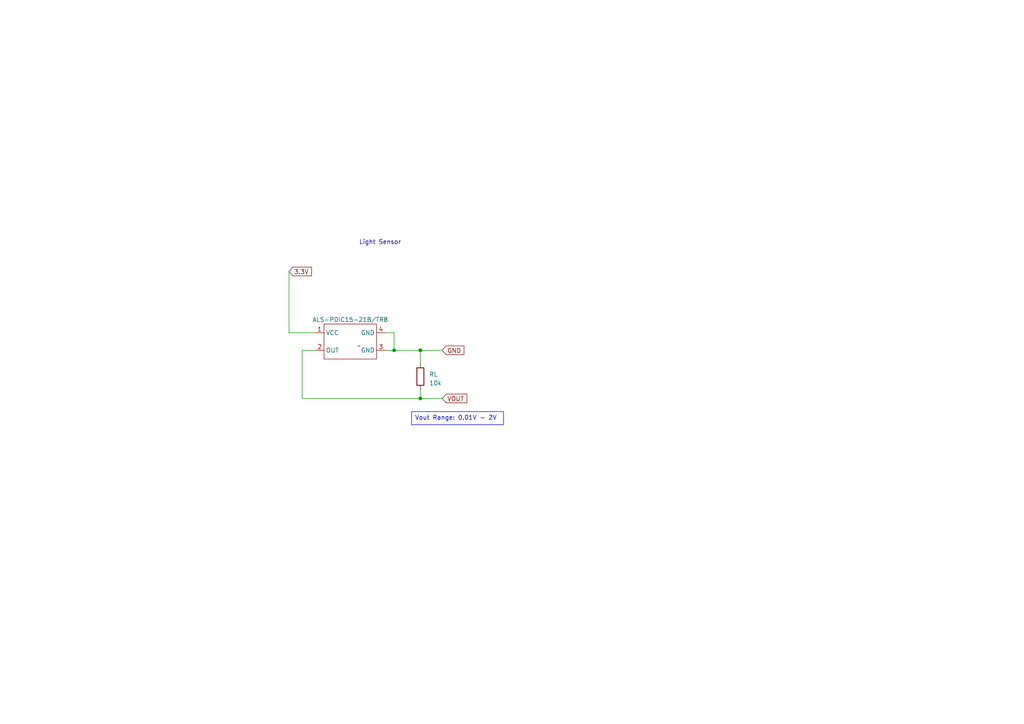
<source format=kicad_sch>
(kicad_sch (version 20230121) (generator eeschema)

  (uuid c305e849-a97e-459c-a527-53e4aff26750)

  (paper "A4")

  (lib_symbols
    (symbol "Device:R" (pin_numbers hide) (pin_names (offset 0)) (in_bom yes) (on_board yes)
      (property "Reference" "R" (at 2.032 0 90)
        (effects (font (size 1.27 1.27)))
      )
      (property "Value" "R" (at 0 0 90)
        (effects (font (size 1.27 1.27)))
      )
      (property "Footprint" "" (at -1.778 0 90)
        (effects (font (size 1.27 1.27)) hide)
      )
      (property "Datasheet" "~" (at 0 0 0)
        (effects (font (size 1.27 1.27)) hide)
      )
      (property "ki_keywords" "R res resistor" (at 0 0 0)
        (effects (font (size 1.27 1.27)) hide)
      )
      (property "ki_description" "Resistor" (at 0 0 0)
        (effects (font (size 1.27 1.27)) hide)
      )
      (property "ki_fp_filters" "R_*" (at 0 0 0)
        (effects (font (size 1.27 1.27)) hide)
      )
      (symbol "R_0_1"
        (rectangle (start -1.016 -2.54) (end 1.016 2.54)
          (stroke (width 0.254) (type default))
          (fill (type none))
        )
      )
      (symbol "R_1_1"
        (pin passive line (at 0 3.81 270) (length 1.27)
          (name "~" (effects (font (size 1.27 1.27))))
          (number "1" (effects (font (size 1.27 1.27))))
        )
        (pin passive line (at 0 -3.81 90) (length 1.27)
          (name "~" (effects (font (size 1.27 1.27))))
          (number "2" (effects (font (size 1.27 1.27))))
        )
      )
    )
    (symbol "New_Library:ALS-PDIC15-21B/TR8" (in_bom yes) (on_board yes)
      (property "Reference" "U" (at 2.54 -1.27 0)
        (effects (font (size 1.27 1.27)))
      )
      (property "Value" "" (at 2.54 -1.27 0)
        (effects (font (size 1.27 1.27)))
      )
      (property "Footprint" "" (at 2.54 -1.27 0)
        (effects (font (size 1.27 1.27)) hide)
      )
      (property "Datasheet" "" (at 2.54 -1.27 0)
        (effects (font (size 1.27 1.27)) hide)
      )
      (symbol "ALS-PDIC15-21B/TR8_0_1"
        (polyline
          (pts
            (xy -7.62 5.08)
            (xy -7.62 -5.08)
            (xy 7.62 -5.08)
            (xy 7.62 5.08)
            (xy -7.62 5.08)
          )
          (stroke (width 0) (type default))
          (fill (type none))
        )
      )
      (symbol "ALS-PDIC15-21B/TR8_1_1"
        (pin input line (at -10.16 2.54 0) (length 2.54)
          (name "VCC" (effects (font (size 1.27 1.27))))
          (number "1" (effects (font (size 1.27 1.27))))
        )
        (pin output line (at -10.16 -2.54 0) (length 2.54)
          (name "OUT" (effects (font (size 1.27 1.27))))
          (number "2" (effects (font (size 1.27 1.27))))
        )
        (pin input line (at 10.16 -2.54 180) (length 2.54)
          (name "GND" (effects (font (size 1.27 1.27))))
          (number "3" (effects (font (size 1.27 1.27))))
        )
        (pin input line (at 10.16 2.54 180) (length 2.54)
          (name "GND" (effects (font (size 1.27 1.27))))
          (number "4" (effects (font (size 1.27 1.27))))
        )
      )
    )
  )

  (junction (at 114.3 101.6) (diameter 0) (color 0 0 0 0)
    (uuid 2ca86d6c-cfb1-42a5-9956-2c52e383830d)
  )
  (junction (at 121.92 101.6) (diameter 0) (color 0 0 0 0)
    (uuid 7b7e2f7b-d7f1-4def-bc90-4e91d843c465)
  )
  (junction (at 121.92 115.57) (diameter 0) (color 0 0 0 0)
    (uuid ab3e181c-a6ab-43ab-ac48-fc8ce1637776)
  )

  (wire (pts (xy 83.82 78.74) (xy 83.82 96.52))
    (stroke (width 0) (type default))
    (uuid 07b41c2d-365b-4f65-9b3f-8f39154c1e00)
  )
  (wire (pts (xy 121.92 115.57) (xy 87.63 115.57))
    (stroke (width 0) (type default))
    (uuid 144c4dc8-c5ac-4ae8-9266-331042eb4cee)
  )
  (wire (pts (xy 121.92 101.6) (xy 128.27 101.6))
    (stroke (width 0) (type default))
    (uuid 2c650e42-ce9a-479b-b0fe-005835c84e68)
  )
  (wire (pts (xy 114.3 96.52) (xy 114.3 101.6))
    (stroke (width 0) (type default))
    (uuid 2e15630a-3c10-4ad4-b83e-7f821d37d995)
  )
  (wire (pts (xy 128.27 115.57) (xy 121.92 115.57))
    (stroke (width 0) (type default))
    (uuid 2f6197b8-f34b-4475-9264-30206ecf98fe)
  )
  (wire (pts (xy 111.76 96.52) (xy 114.3 96.52))
    (stroke (width 0) (type default))
    (uuid 3545cd57-424d-4b83-9e11-9c09814ecf53)
  )
  (wire (pts (xy 87.63 101.6) (xy 87.63 115.57))
    (stroke (width 0) (type default))
    (uuid 785e476f-33a0-4fea-97ec-3dd24a0dde1a)
  )
  (wire (pts (xy 114.3 101.6) (xy 111.76 101.6))
    (stroke (width 0) (type default))
    (uuid 983c9130-cf08-4d06-a7b4-c06a81d92280)
  )
  (wire (pts (xy 121.92 101.6) (xy 121.92 105.41))
    (stroke (width 0) (type default))
    (uuid b1224479-a9cd-4a42-9486-4f9a09d31eed)
  )
  (wire (pts (xy 83.82 96.52) (xy 91.44 96.52))
    (stroke (width 0) (type default))
    (uuid cbb83df0-1495-462e-969a-1d1474ebec29)
  )
  (wire (pts (xy 114.3 101.6) (xy 121.92 101.6))
    (stroke (width 0) (type default))
    (uuid d023b784-9a73-49eb-bc2a-fb0169b32f6c)
  )
  (wire (pts (xy 121.92 113.03) (xy 121.92 115.57))
    (stroke (width 0) (type default))
    (uuid d8c7338c-ed17-4342-a557-f1a9a849fd1a)
  )
  (wire (pts (xy 91.44 101.6) (xy 87.63 101.6))
    (stroke (width 0) (type default))
    (uuid e81cee0a-c439-4cf1-981c-84fb935e36ee)
  )

  (text_box "Vout Range: 0.01V - 2V"
    (at 119.38 119.38 0) (size 26.67 3.81)
    (stroke (width 0) (type default))
    (fill (type none))
    (effects (font (size 1.27 1.27)) (justify left top))
    (uuid ef5b9e88-524c-4b17-9cdb-c738b1169941)
  )

  (text "Light Sensor\n" (at 104.14 71.12 0)
    (effects (font (size 1.27 1.27)) (justify left bottom))
    (uuid 299a6624-b871-41fa-9d9d-fb7f3976a5a4)
  )

  (global_label "GND" (shape input) (at 128.27 101.6 0) (fields_autoplaced)
    (effects (font (size 1.27 1.27)) (justify left))
    (uuid 394dd7d0-2c5d-4a1c-9ce5-fdc447445371)
    (property "Intersheetrefs" "${INTERSHEET_REFS}" (at 135.0463 101.6 0)
      (effects (font (size 1.27 1.27)) (justify left) hide)
    )
  )
  (global_label "VOUT" (shape input) (at 128.27 115.57 0) (fields_autoplaced)
    (effects (font (size 1.27 1.27)) (justify left))
    (uuid 4f8b94e4-1753-423b-b137-a34c28eae874)
    (property "Intersheetrefs" "${INTERSHEET_REFS}" (at 135.893 115.57 0)
      (effects (font (size 1.27 1.27)) (justify left) hide)
    )
  )
  (global_label "3.3V" (shape input) (at 83.82 78.74 0) (fields_autoplaced)
    (effects (font (size 1.27 1.27)) (justify left))
    (uuid 9526626d-9210-4fcb-8065-b4b491714f70)
    (property "Intersheetrefs" "${INTERSHEET_REFS}" (at 90.8382 78.74 0)
      (effects (font (size 1.27 1.27)) (justify left) hide)
    )
  )

  (symbol (lib_id "New_Library:ALS-PDIC15-21B/TR8") (at 101.6 99.06 0) (unit 1)
    (in_bom yes) (on_board yes) (dnp no) (fields_autoplaced)
    (uuid 583e7b11-50f1-49c1-bfae-2ca4706c4bc8)
    (property "Reference" "ALS-PDIC15-21B/TR8" (at 101.6 92.71 0)
      (effects (font (size 1.27 1.27)))
    )
    (property "Value" "~" (at 104.14 100.33 0)
      (effects (font (size 1.27 1.27)))
    )
    (property "Footprint" "" (at 104.14 100.33 0)
      (effects (font (size 1.27 1.27)) hide)
    )
    (property "Datasheet" "" (at 104.14 100.33 0)
      (effects (font (size 1.27 1.27)) hide)
    )
    (pin "1" (uuid 4d946fcc-0c6c-4d42-9fe2-10eafa03c7aa))
    (pin "2" (uuid e7bda0a3-5e42-4b77-aaad-b7ea273f8170))
    (pin "3" (uuid 3834f6bc-9e6c-48f1-8169-de8940b3d28d))
    (pin "4" (uuid 8aaaa368-9e19-412f-9ca6-243717907a5a))
    (instances
      (project "Project.kicad_sch"
        (path "/0ca6047e-3a57-437d-8b18-e5fa2dae2991"
          (reference "ALS-PDIC15-21B/TR8") (unit 1)
        )
        (path "/0ca6047e-3a57-437d-8b18-e5fa2dae2991/3293e0f1-b707-49e7-b554-9e09a069ee7b"
          (reference "ALS-PDIC15-21B/TR1") (unit 1)
        )
      )
    )
  )

  (symbol (lib_id "Device:R") (at 121.92 109.22 0) (unit 1)
    (in_bom yes) (on_board yes) (dnp no) (fields_autoplaced)
    (uuid 8f83a369-9c25-44e9-b939-1613f8660b6d)
    (property "Reference" "RL" (at 124.46 108.585 0)
      (effects (font (size 1.27 1.27)) (justify left))
    )
    (property "Value" "10k" (at 124.46 111.125 0)
      (effects (font (size 1.27 1.27)) (justify left))
    )
    (property "Footprint" "" (at 120.142 109.22 90)
      (effects (font (size 1.27 1.27)) hide)
    )
    (property "Datasheet" "~" (at 121.92 109.22 0)
      (effects (font (size 1.27 1.27)) hide)
    )
    (pin "1" (uuid 19e2e098-6693-4034-91fb-42c16def25de))
    (pin "2" (uuid c50cdee3-1be6-4c3a-8cb5-5d0cd21d8e75))
    (instances
      (project "Project.kicad_sch"
        (path "/0ca6047e-3a57-437d-8b18-e5fa2dae2991"
          (reference "RL") (unit 1)
        )
        (path "/0ca6047e-3a57-437d-8b18-e5fa2dae2991/3293e0f1-b707-49e7-b554-9e09a069ee7b"
          (reference "RL1") (unit 1)
        )
      )
    )
  )
)

</source>
